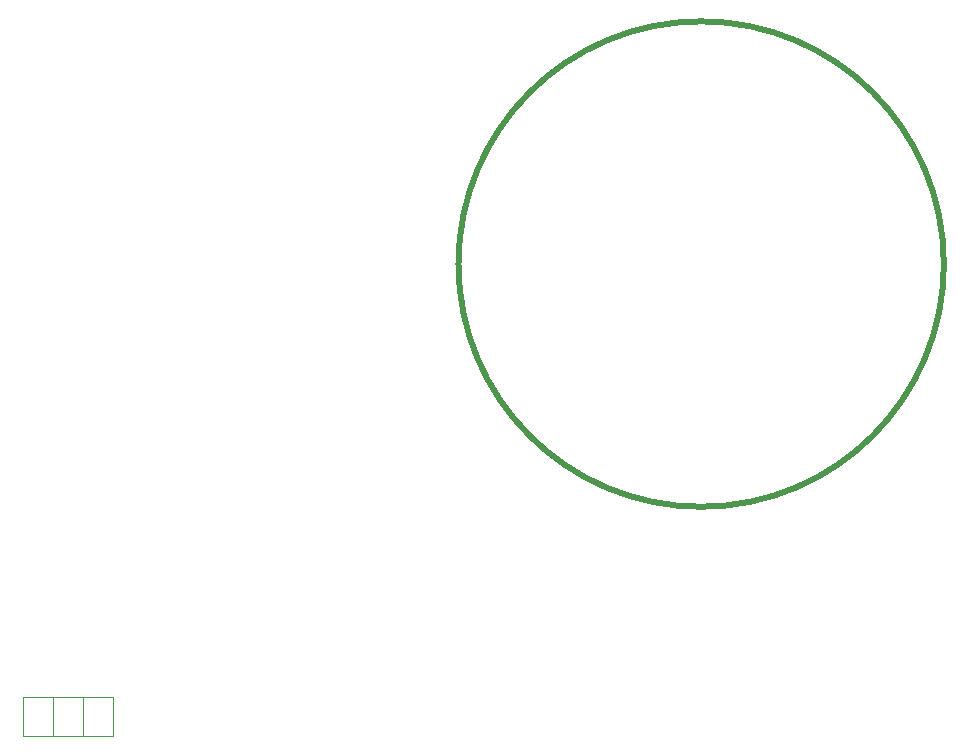
<source format=gbr>
%TF.GenerationSoftware,KiCad,Pcbnew,(6.0.4)*%
%TF.CreationDate,2022-07-21T23:48:58+02:00*%
%TF.ProjectId,wizza,77697a7a-612e-46b6-9963-61645f706362,v1.0.0*%
%TF.SameCoordinates,Original*%
%TF.FileFunction,Other,User*%
%FSLAX46Y46*%
G04 Gerber Fmt 4.6, Leading zero omitted, Abs format (unit mm)*
G04 Created by KiCad (PCBNEW (6.0.4)) date 2022-07-21 23:48:58*
%MOMM*%
%LPD*%
G01*
G04 APERTURE LIST*
%ADD10C,0.550000*%
%ADD11C,0.050000*%
G04 APERTURE END LIST*
D10*
%TO.C,REF\u002A\u002A*%
X124798791Y89307254D02*
G75*
G03*
X124798791Y89307254I-20550000J0D01*
G01*
D11*
%TO.C,MCU1*%
X51944791Y52669777D02*
X51944791Y49369777D01*
X54444791Y49369777D02*
X51944791Y49369777D01*
X51904791Y49369777D02*
X49404791Y49369777D01*
X51904791Y49369777D02*
X51904791Y52669777D01*
X49364791Y49369777D02*
X49364791Y52669777D01*
X46864791Y52669777D02*
X49364791Y52669777D01*
X49404791Y52669777D02*
X51904791Y52669777D01*
X49404791Y52669777D02*
X49404791Y49369777D01*
X51944791Y52669777D02*
X54444791Y52669777D01*
X49364791Y49369777D02*
X46864791Y49369777D01*
X54444791Y49369777D02*
X54444791Y52669777D01*
X46864791Y52669777D02*
X46864791Y49369777D01*
%TD*%
M02*

</source>
